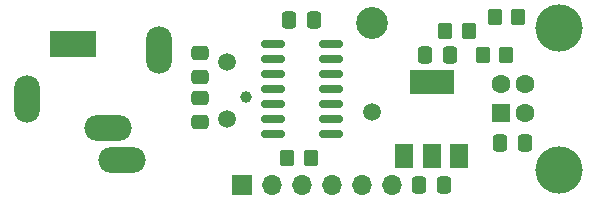
<source format=gbr>
%TF.GenerationSoftware,KiCad,Pcbnew,7.0.5*%
%TF.CreationDate,2024-02-11T15:40:35+01:00*%
%TF.ProjectId,exbike-usb-hw,65786269-6b65-42d7-9573-622d68772e6b,rev?*%
%TF.SameCoordinates,Original*%
%TF.FileFunction,Soldermask,Top*%
%TF.FilePolarity,Negative*%
%FSLAX46Y46*%
G04 Gerber Fmt 4.6, Leading zero omitted, Abs format (unit mm)*
G04 Created by KiCad (PCBNEW 7.0.5) date 2024-02-11 15:40:35*
%MOMM*%
%LPD*%
G01*
G04 APERTURE LIST*
G04 Aperture macros list*
%AMRoundRect*
0 Rectangle with rounded corners*
0 $1 Rounding radius*
0 $2 $3 $4 $5 $6 $7 $8 $9 X,Y pos of 4 corners*
0 Add a 4 corners polygon primitive as box body*
4,1,4,$2,$3,$4,$5,$6,$7,$8,$9,$2,$3,0*
0 Add four circle primitives for the rounded corners*
1,1,$1+$1,$2,$3*
1,1,$1+$1,$4,$5*
1,1,$1+$1,$6,$7*
1,1,$1+$1,$8,$9*
0 Add four rect primitives between the rounded corners*
20,1,$1+$1,$2,$3,$4,$5,0*
20,1,$1+$1,$4,$5,$6,$7,0*
20,1,$1+$1,$6,$7,$8,$9,0*
20,1,$1+$1,$8,$9,$2,$3,0*%
G04 Aperture macros list end*
%ADD10C,2.700000*%
%ADD11RoundRect,0.250000X-0.350000X-0.450000X0.350000X-0.450000X0.350000X0.450000X-0.350000X0.450000X0*%
%ADD12RoundRect,0.250000X-0.337500X-0.475000X0.337500X-0.475000X0.337500X0.475000X-0.337500X0.475000X0*%
%ADD13R,1.500000X2.000000*%
%ADD14R,3.800000X2.000000*%
%ADD15RoundRect,0.250000X-0.475000X0.337500X-0.475000X-0.337500X0.475000X-0.337500X0.475000X0.337500X0*%
%ADD16RoundRect,0.250000X0.350000X0.450000X-0.350000X0.450000X-0.350000X-0.450000X0.350000X-0.450000X0*%
%ADD17RoundRect,0.250000X0.337500X0.475000X-0.337500X0.475000X-0.337500X-0.475000X0.337500X-0.475000X0*%
%ADD18C,1.000000*%
%ADD19RoundRect,0.150000X-0.825000X-0.150000X0.825000X-0.150000X0.825000X0.150000X-0.825000X0.150000X0*%
%ADD20RoundRect,0.250000X0.475000X-0.337500X0.475000X0.337500X-0.475000X0.337500X-0.475000X-0.337500X0*%
%ADD21C,1.500000*%
%ADD22R,1.700000X1.700000*%
%ADD23O,1.700000X1.700000*%
%ADD24O,4.000000X2.200000*%
%ADD25O,2.200000X4.000000*%
%ADD26R,4.000000X2.200000*%
%ADD27R,1.600000X1.600000*%
%ADD28C,1.600000*%
%ADD29C,4.000000*%
G04 APERTURE END LIST*
D10*
%TO.C,REF\u002A\u002A*%
X31877000Y16510000D03*
%TD*%
D11*
%TO.C,R3*%
X24717500Y5080000D03*
X26717500Y5080000D03*
%TD*%
D12*
%TO.C,C7*%
X42777500Y6350000D03*
X44852500Y6350000D03*
%TD*%
D13*
%TO.C,U2*%
X34657000Y5232000D03*
X36957000Y5232000D03*
D14*
X36957000Y11532000D03*
D13*
X39257000Y5232000D03*
%TD*%
D15*
%TO.C,C1*%
X17335500Y13991500D03*
X17335500Y11916500D03*
%TD*%
D16*
%TO.C,R4*%
X43291000Y13843000D03*
X41291000Y13843000D03*
%TD*%
D17*
%TO.C,C4*%
X37994500Y2794000D03*
X35919500Y2794000D03*
%TD*%
D11*
%TO.C,R2*%
X38116000Y15875000D03*
X40116000Y15875000D03*
%TD*%
D12*
%TO.C,C6*%
X36427500Y13843000D03*
X38502500Y13843000D03*
%TD*%
%TO.C,C3*%
X24912500Y16764000D03*
X26987500Y16764000D03*
%TD*%
D18*
%TO.C,TP2*%
X21209000Y10287000D03*
%TD*%
D19*
%TO.C,U1*%
X23496500Y14732000D03*
X23496500Y13462000D03*
X23496500Y12192000D03*
X23496500Y10922000D03*
X23496500Y9652000D03*
X23496500Y8382000D03*
X23496500Y7112000D03*
X28446500Y7112000D03*
X28446500Y8382000D03*
X28446500Y9652000D03*
X28446500Y10922000D03*
X28446500Y12192000D03*
X28446500Y13462000D03*
X28446500Y14732000D03*
%TD*%
D11*
%TO.C,R1*%
X42307000Y17018000D03*
X44307000Y17018000D03*
%TD*%
D20*
%TO.C,C2*%
X17335500Y8106500D03*
X17335500Y10181500D03*
%TD*%
D21*
%TO.C,TP1*%
X31877000Y9017000D03*
%TD*%
D22*
%TO.C,J1*%
X20891500Y2794000D03*
D23*
X23431500Y2794000D03*
X25971500Y2794000D03*
X28511500Y2794000D03*
X31051500Y2794000D03*
X33591500Y2794000D03*
%TD*%
D24*
%TO.C,J3*%
X10725000Y4920000D03*
X9525000Y7620000D03*
D25*
X2725000Y10120000D03*
D26*
X6625000Y14720000D03*
D25*
X13925000Y14220000D03*
%TD*%
D21*
%TO.C,Y1*%
X19621500Y8382000D03*
X19621500Y13262000D03*
%TD*%
D27*
%TO.C,J2*%
X42869500Y8870000D03*
D28*
X42869500Y11370000D03*
X44869500Y11370000D03*
X44869500Y8870000D03*
D29*
X47729500Y16120000D03*
X47729500Y4120000D03*
%TD*%
M02*

</source>
